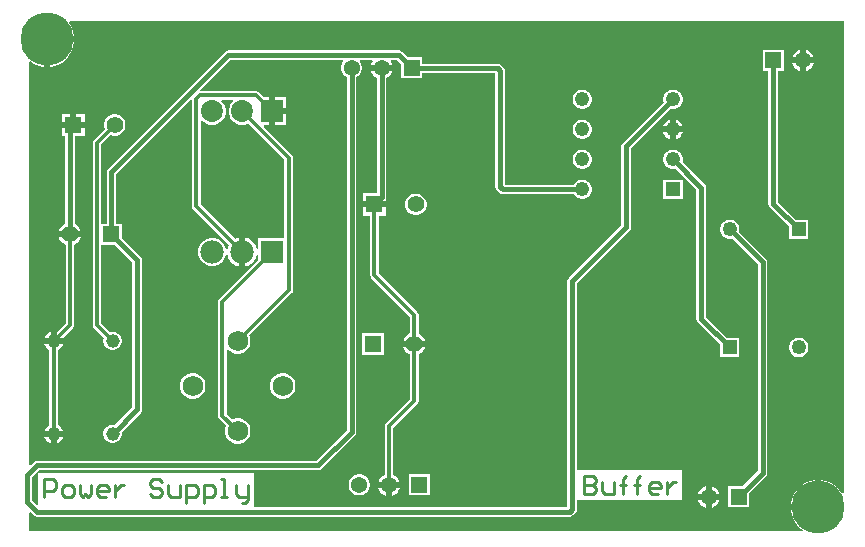
<source format=gtl>
G04*
G04 #@! TF.GenerationSoftware,Altium Limited,Altium Designer,23.9.2 (47)*
G04*
G04 Layer_Physical_Order=1*
G04 Layer_Color=255*
%FSLAX44Y44*%
%MOMM*%
G71*
G04*
G04 #@! TF.SameCoordinates,EEA8B457-634A-40EF-9803-A2E49DE358F5*
G04*
G04*
G04 #@! TF.FilePolarity,Positive*
G04*
G01*
G75*
%ADD12C,0.2540*%
%ADD18C,1.2500*%
%ADD19R,1.2500X1.2500*%
%ADD29C,0.3810*%
%ADD30C,0.3000*%
%ADD31C,4.5000*%
%ADD32R,1.2300X1.2300*%
%ADD33C,1.2300*%
%ADD34R,1.3700X1.3700*%
%ADD35C,1.3700*%
%ADD36C,1.4000*%
%ADD37R,1.4000X1.4000*%
%ADD38C,1.7500*%
%ADD39R,1.3700X1.3700*%
%ADD40R,1.9800X1.9800*%
%ADD41C,1.9800*%
%ADD42C,1.1500*%
%ADD43R,1.8600X1.8600*%
%ADD44C,1.8600*%
G36*
X706120Y45121D02*
X705840Y44885D01*
X704153Y45122D01*
X702426Y47707D01*
X699217Y50916D01*
X695443Y53438D01*
X691251Y55175D01*
X687070Y56006D01*
Y33020D01*
X684530D01*
Y30480D01*
X661544D01*
X662375Y26300D01*
X664112Y22106D01*
X666634Y18333D01*
X669843Y15124D01*
X671651Y13915D01*
X671283Y12700D01*
X16510D01*
Y28459D01*
X17683Y28945D01*
X20257Y26372D01*
X21559Y25501D01*
X23095Y25196D01*
X474018D01*
X475555Y25501D01*
X476857Y26372D01*
X479088Y28603D01*
X479959Y29906D01*
X480264Y31442D01*
Y38877D01*
X481330Y39370D01*
X481534Y39370D01*
X568965D01*
Y64525D01*
X481534D01*
X481330Y64525D01*
X480264Y65018D01*
Y223127D01*
X524808Y267672D01*
X525679Y268974D01*
X525984Y270510D01*
Y337246D01*
X559318Y370580D01*
X560444Y370278D01*
X562598D01*
X564679Y370836D01*
X566545Y371913D01*
X568069Y373436D01*
X569146Y375302D01*
X569703Y377383D01*
Y379537D01*
X569146Y381618D01*
X568069Y383484D01*
X566545Y385007D01*
X564679Y386084D01*
X562598Y386642D01*
X560444D01*
X558363Y386084D01*
X556497Y385007D01*
X554974Y383484D01*
X553897Y381618D01*
X553339Y379537D01*
Y377383D01*
X553641Y376257D01*
X519132Y341747D01*
X518261Y340445D01*
X517956Y338909D01*
Y272173D01*
X473412Y227628D01*
X472541Y226326D01*
X472236Y224790D01*
Y33224D01*
X206716D01*
Y61904D01*
X24111D01*
Y35530D01*
X22938Y35044D01*
X18727Y39255D01*
Y58535D01*
X24758Y64566D01*
X261093D01*
X262629Y64871D01*
X263932Y65742D01*
X292380Y94190D01*
X293250Y95492D01*
X293555Y97028D01*
Y397192D01*
X294995Y398023D01*
X296649Y399676D01*
X297818Y401702D01*
X298423Y403961D01*
Y406299D01*
X297818Y408558D01*
X296649Y410584D01*
X296368Y410864D01*
X296854Y412038D01*
X306954D01*
X307066Y411767D01*
X307354Y410768D01*
X306191Y408754D01*
X305901Y407670D01*
X314941D01*
X323982D01*
X323691Y408754D01*
X322529Y410768D01*
X322816Y411767D01*
X322928Y412038D01*
X327757D01*
X331459Y408335D01*
Y396248D01*
X349223D01*
Y400734D01*
X411257D01*
Y304492D01*
X411257Y304491D01*
X411257Y304491D01*
X411409Y303727D01*
X411563Y302955D01*
X411563Y302955D01*
X411563Y302955D01*
X412000Y302301D01*
X412433Y301653D01*
X412433Y301653D01*
X412433Y301653D01*
X414665Y299421D01*
X415313Y298988D01*
X415967Y298551D01*
X415967Y298551D01*
X415968Y298551D01*
X416740Y298398D01*
X417503Y298246D01*
X477791D01*
X478374Y297236D01*
X479897Y295713D01*
X481763Y294636D01*
X483844Y294078D01*
X485998D01*
X488079Y294636D01*
X489945Y295713D01*
X491468Y297236D01*
X492546Y299102D01*
X493103Y301183D01*
Y303337D01*
X492546Y305418D01*
X491468Y307284D01*
X489945Y308807D01*
X488079Y309884D01*
X485998Y310442D01*
X483844D01*
X481763Y309884D01*
X479897Y308807D01*
X478374Y307284D01*
X477791Y306274D01*
X419285D01*
Y402516D01*
X418980Y404053D01*
X418110Y405355D01*
X415878Y407586D01*
X414576Y408457D01*
X413040Y408762D01*
X349223D01*
Y414012D01*
X337136D01*
X332258Y418890D01*
X330955Y419761D01*
X329419Y420066D01*
X185147D01*
X183611Y419761D01*
X182309Y418890D01*
X83220Y319802D01*
X82350Y318500D01*
X82045Y316964D01*
Y273192D01*
X77496D01*
Y340392D01*
X85523Y348419D01*
X87692Y347838D01*
X90070D01*
X92367Y348453D01*
X94427Y349643D01*
X96109Y351324D01*
X97298Y353384D01*
X97913Y355681D01*
Y358059D01*
X97298Y360356D01*
X96109Y362416D01*
X94427Y364097D01*
X92367Y365286D01*
X90070Y365902D01*
X87692D01*
X85395Y365286D01*
X83335Y364097D01*
X81654Y362416D01*
X80465Y360356D01*
X79849Y358059D01*
Y355681D01*
X80430Y353512D01*
X71349Y344430D01*
X70568Y343262D01*
X70294Y341884D01*
Y187306D01*
X70568Y185928D01*
X71349Y184760D01*
X79781Y176327D01*
X79429Y175014D01*
Y172966D01*
X79960Y170986D01*
X80984Y169212D01*
X82433Y167763D01*
X84208Y166738D01*
X86187Y166208D01*
X88236D01*
X90215Y166738D01*
X91990Y167763D01*
X93439Y169212D01*
X94463Y170986D01*
X94993Y172966D01*
Y175014D01*
X94463Y176994D01*
X93439Y178768D01*
X91990Y180217D01*
X90215Y181242D01*
X88236Y181772D01*
X86187D01*
X84874Y181420D01*
X77496Y188798D01*
Y255128D01*
X89414D01*
X103917Y240625D01*
Y117633D01*
X89088Y102804D01*
X88236Y103032D01*
X86187D01*
X84208Y102502D01*
X82433Y101477D01*
X80984Y100028D01*
X79960Y98254D01*
X79429Y96274D01*
Y94226D01*
X79960Y92246D01*
X80984Y90472D01*
X82433Y89023D01*
X84208Y87998D01*
X86187Y87468D01*
X88236D01*
X90215Y87998D01*
X91990Y89023D01*
X93439Y90472D01*
X94463Y92246D01*
X94993Y94226D01*
Y96274D01*
X94765Y97127D01*
X110770Y113131D01*
X111640Y114434D01*
X111945Y115970D01*
Y242288D01*
X111640Y243824D01*
X110770Y245126D01*
X95091Y260805D01*
Y273192D01*
X90073D01*
Y315301D01*
X153098Y378326D01*
X154368Y377800D01*
Y288102D01*
X154642Y286724D01*
X155423Y285556D01*
X185860Y255118D01*
X185239Y254042D01*
X184550Y251472D01*
X183236D01*
X182600Y253846D01*
X181029Y256567D01*
X178807Y258788D01*
X176087Y260359D01*
X173052Y261172D01*
X169910D01*
X166875Y260359D01*
X164155Y258788D01*
X161933Y256567D01*
X160362Y253846D01*
X159549Y250811D01*
Y247669D01*
X160362Y244634D01*
X161933Y241914D01*
X164155Y239692D01*
X166875Y238121D01*
X169910Y237308D01*
X173052D01*
X176087Y238121D01*
X178807Y239692D01*
X181029Y241914D01*
X182600Y244634D01*
X183236Y247008D01*
X184550D01*
X185239Y244438D01*
X186877Y241602D01*
X189193Y239286D01*
X192029Y237648D01*
X194291Y237042D01*
Y249240D01*
Y261438D01*
X192029Y260832D01*
X190953Y260211D01*
X161570Y289594D01*
Y360339D01*
X162840Y360865D01*
X164473Y359232D01*
X167057Y357740D01*
X169939Y356968D01*
X172923D01*
X175805Y357740D01*
X178389Y359232D01*
X180499Y361342D01*
X181991Y363926D01*
X182763Y366808D01*
Y369792D01*
X181991Y372674D01*
X180499Y375258D01*
X178866Y376891D01*
X179392Y378161D01*
X188870D01*
X189396Y376891D01*
X187763Y375258D01*
X186271Y372674D01*
X185499Y369792D01*
Y366808D01*
X186271Y363926D01*
X187763Y361342D01*
X189873Y359232D01*
X192457Y357740D01*
X195339Y356968D01*
X198323D01*
X201205Y357740D01*
X201898Y358140D01*
X232600Y327438D01*
Y261172D01*
X210249D01*
Y252134D01*
X208979Y251967D01*
X208423Y254042D01*
X206786Y256878D01*
X204470Y259195D01*
X201633Y260832D01*
X199371Y261438D01*
Y249240D01*
Y237042D01*
X201633Y237648D01*
X204470Y239286D01*
X206786Y241602D01*
X208423Y244438D01*
X208979Y246513D01*
X210249Y246346D01*
Y242401D01*
X177521Y209672D01*
X176740Y208504D01*
X176466Y207126D01*
Y110744D01*
X176740Y109366D01*
X177521Y108198D01*
X183264Y102454D01*
X182974Y101952D01*
X182239Y99209D01*
Y96370D01*
X182974Y93628D01*
X184394Y91170D01*
X186401Y89162D01*
X188860Y87743D01*
X191602Y87008D01*
X194441D01*
X197183Y87743D01*
X199641Y89162D01*
X201649Y91170D01*
X203068Y93628D01*
X203803Y96370D01*
Y99209D01*
X203068Y101952D01*
X201649Y104410D01*
X199641Y106418D01*
X197183Y107837D01*
X194441Y108572D01*
X191602D01*
X188860Y107837D01*
X188357Y107547D01*
X183668Y112236D01*
Y166299D01*
X184938Y166825D01*
X186401Y165362D01*
X188860Y163943D01*
X191602Y163208D01*
X194441D01*
X197183Y163943D01*
X199641Y165362D01*
X201649Y167370D01*
X203068Y169828D01*
X203803Y172570D01*
Y175410D01*
X203068Y178152D01*
X202778Y178654D01*
X238748Y214624D01*
X239528Y215792D01*
X239802Y217170D01*
Y328930D01*
X239528Y330308D01*
X238748Y331476D01*
X214937Y355287D01*
X215423Y356460D01*
X219691D01*
Y368300D01*
Y380140D01*
X215484D01*
X211316Y384308D01*
X210147Y385089D01*
X208769Y385363D01*
X161931D01*
X161405Y386633D01*
X186810Y412038D01*
X282229D01*
X282715Y410864D01*
X282434Y410584D01*
X281264Y408558D01*
X280659Y406299D01*
Y403961D01*
X281264Y401702D01*
X282434Y399676D01*
X284088Y398023D01*
X285527Y397192D01*
Y98691D01*
X259431Y72594D01*
X23095D01*
X21559Y72289D01*
X20257Y71418D01*
X17683Y68845D01*
X16510Y69331D01*
Y410206D01*
X17780Y410885D01*
X20837Y408842D01*
X25029Y407105D01*
X29210Y406274D01*
Y429260D01*
X31750D01*
Y431800D01*
X54736D01*
X53905Y435980D01*
X52168Y440173D01*
X50125Y443230D01*
X50804Y444500D01*
X706120D01*
Y45121D01*
D02*
G37*
%LPC*%
G36*
X674351Y420521D02*
Y414020D01*
X680852D01*
X680561Y415104D01*
X679325Y417246D01*
X677577Y418994D01*
X675436Y420230D01*
X674351Y420521D01*
D02*
G37*
G36*
X669271D02*
X668187Y420230D01*
X666046Y418994D01*
X664297Y417246D01*
X663061Y415104D01*
X662771Y414020D01*
X669271D01*
Y420521D01*
D02*
G37*
G36*
X54736Y426720D02*
X34290D01*
Y406274D01*
X38470Y407105D01*
X42663Y408842D01*
X46437Y411364D01*
X49646Y414573D01*
X52168Y418346D01*
X53905Y422539D01*
X54736Y426720D01*
D02*
G37*
G36*
X680852Y408940D02*
X674351D01*
Y402439D01*
X675436Y402730D01*
X677577Y403966D01*
X679325Y405714D01*
X680561Y407856D01*
X680852Y408940D01*
D02*
G37*
G36*
X669271D02*
X662771D01*
X663061Y407856D01*
X664297Y405714D01*
X666046Y403966D01*
X668187Y402730D01*
X669271Y402439D01*
Y408940D01*
D02*
G37*
G36*
X234071Y380140D02*
X224771D01*
Y370840D01*
X234071D01*
Y380140D01*
D02*
G37*
G36*
X485998Y386642D02*
X483844D01*
X481763Y386084D01*
X479897Y385007D01*
X478374Y383484D01*
X477297Y381618D01*
X476739Y379537D01*
Y377383D01*
X477297Y375302D01*
X478374Y373436D01*
X479897Y371913D01*
X481763Y370836D01*
X483844Y370278D01*
X485998D01*
X488079Y370836D01*
X489945Y371913D01*
X491468Y373436D01*
X492546Y375302D01*
X493103Y377383D01*
Y379537D01*
X492546Y381618D01*
X491468Y383484D01*
X489945Y385007D01*
X488079Y386084D01*
X485998Y386642D01*
D02*
G37*
G36*
X63421Y366410D02*
X56421D01*
Y359410D01*
X63421D01*
Y366410D01*
D02*
G37*
G36*
X51341D02*
X44341D01*
Y359410D01*
X51341D01*
Y366410D01*
D02*
G37*
G36*
X234071Y365760D02*
X224771D01*
Y356460D01*
X234071D01*
Y365760D01*
D02*
G37*
G36*
X564061Y361376D02*
Y355600D01*
X569837D01*
X569619Y356414D01*
X568475Y358396D01*
X566857Y360014D01*
X564876Y361158D01*
X564061Y361376D01*
D02*
G37*
G36*
X558981D02*
X558167Y361158D01*
X556186Y360014D01*
X554568Y358396D01*
X553424Y356414D01*
X553205Y355600D01*
X558981D01*
Y361376D01*
D02*
G37*
G36*
X485998Y361242D02*
X483844D01*
X481763Y360684D01*
X479897Y359607D01*
X478374Y358084D01*
X477297Y356218D01*
X476739Y354137D01*
Y351983D01*
X477297Y349902D01*
X478374Y348036D01*
X479897Y346513D01*
X481763Y345436D01*
X483844Y344878D01*
X485998D01*
X488079Y345436D01*
X489945Y346513D01*
X491468Y348036D01*
X492546Y349902D01*
X493103Y351983D01*
Y354137D01*
X492546Y356218D01*
X491468Y358084D01*
X489945Y359607D01*
X488079Y360684D01*
X485998Y361242D01*
D02*
G37*
G36*
X569837Y350520D02*
X564061D01*
Y344744D01*
X564876Y344962D01*
X566857Y346106D01*
X568475Y347724D01*
X569619Y349706D01*
X569837Y350520D01*
D02*
G37*
G36*
X558981D02*
X553205D01*
X553424Y349706D01*
X554568Y347724D01*
X556186Y346106D01*
X558167Y344962D01*
X558981Y344744D01*
Y350520D01*
D02*
G37*
G36*
X485998Y335842D02*
X483844D01*
X481763Y335284D01*
X479897Y334207D01*
X478374Y332684D01*
X477297Y330818D01*
X476739Y328737D01*
Y326583D01*
X477297Y324502D01*
X478374Y322636D01*
X479897Y321113D01*
X481763Y320036D01*
X483844Y319478D01*
X485998D01*
X488079Y320036D01*
X489945Y321113D01*
X491468Y322636D01*
X492546Y324502D01*
X493103Y326583D01*
Y328737D01*
X492546Y330818D01*
X491468Y332684D01*
X489945Y334207D01*
X488079Y335284D01*
X485998Y335842D01*
D02*
G37*
G36*
X569703Y310442D02*
X553339D01*
Y294078D01*
X569703D01*
Y310442D01*
D02*
G37*
G36*
X323982Y402590D02*
X314941D01*
X305901D01*
X306191Y401506D01*
X307427Y399364D01*
X309176Y397616D01*
X310927Y396605D01*
Y299100D01*
X299331D01*
Y292100D01*
X318411D01*
Y293737D01*
X318650Y294094D01*
X318955Y295630D01*
Y396605D01*
X320707Y397616D01*
X322455Y399364D01*
X323691Y401506D01*
X323982Y402590D01*
D02*
G37*
G36*
X345060Y298592D02*
X342682D01*
X340385Y297976D01*
X338326Y296787D01*
X336644Y295106D01*
X335455Y293046D01*
X334839Y290749D01*
Y288371D01*
X335455Y286074D01*
X336644Y284014D01*
X338326Y282333D01*
X340385Y281143D01*
X342682Y280528D01*
X345060D01*
X347357Y281143D01*
X349417Y282333D01*
X351099Y284014D01*
X352288Y286074D01*
X352903Y288371D01*
Y290749D01*
X352288Y293046D01*
X351099Y295106D01*
X349417Y296787D01*
X347357Y297976D01*
X345060Y298592D01*
D02*
G37*
G36*
X63421Y354330D02*
X44341D01*
Y347330D01*
X47044D01*
Y272858D01*
X45201Y271794D01*
X43425Y270018D01*
X42169Y267842D01*
X41863Y266700D01*
X60255D01*
X59948Y267842D01*
X58692Y270018D01*
X56916Y271794D01*
X55073Y272858D01*
Y347330D01*
X63421D01*
Y354330D01*
D02*
G37*
G36*
X655293Y420362D02*
X637529D01*
Y402598D01*
X642397D01*
Y290030D01*
X642703Y288494D01*
X643573Y287192D01*
X659719Y271045D01*
Y260158D01*
X676283D01*
Y276722D01*
X665396D01*
X650425Y291693D01*
Y402598D01*
X655293D01*
Y420362D01*
D02*
G37*
G36*
X60255Y261620D02*
X41863D01*
X42169Y260478D01*
X43425Y258302D01*
X45201Y256526D01*
X47376Y255270D01*
X47457Y255248D01*
Y189329D01*
X39963Y181835D01*
X39751Y181892D01*
Y176530D01*
X45113D01*
X45056Y176742D01*
X53605Y185291D01*
X54386Y186459D01*
X54660Y187838D01*
Y255248D01*
X54741Y255270D01*
X56916Y256526D01*
X58692Y258302D01*
X59948Y260478D01*
X60255Y261620D01*
D02*
G37*
G36*
X34671Y181892D02*
X34011Y181715D01*
X32121Y180624D01*
X30577Y179080D01*
X29486Y177190D01*
X29309Y176530D01*
X34671D01*
Y181892D01*
D02*
G37*
G36*
X318411Y287020D02*
X299331D01*
Y280020D01*
X305270D01*
Y229590D01*
X305544Y228212D01*
X306325Y227044D01*
X339000Y194368D01*
Y180362D01*
X338919Y180340D01*
X336744Y179084D01*
X334967Y177308D01*
X333711Y175132D01*
X333405Y173990D01*
X342601D01*
X351797D01*
X351491Y175132D01*
X350235Y177308D01*
X348459Y179084D01*
X346284Y180340D01*
X346203Y180362D01*
Y195860D01*
X345928Y197238D01*
X345148Y198406D01*
X312472Y231082D01*
Y280020D01*
X318411D01*
Y287020D01*
D02*
G37*
G36*
X316633Y180482D02*
X298569D01*
Y162418D01*
X316633D01*
Y180482D01*
D02*
G37*
G36*
X669091Y176722D02*
X666911D01*
X664805Y176158D01*
X662916Y175067D01*
X661374Y173525D01*
X660284Y171637D01*
X659719Y169530D01*
Y167350D01*
X660284Y165243D01*
X661374Y163355D01*
X662916Y161813D01*
X664805Y160723D01*
X666911Y160158D01*
X669091D01*
X671198Y160723D01*
X673086Y161813D01*
X674629Y163355D01*
X675719Y165243D01*
X676283Y167350D01*
Y169530D01*
X675719Y171637D01*
X674629Y173525D01*
X673086Y175067D01*
X671198Y176158D01*
X669091Y176722D01*
D02*
G37*
G36*
X562598Y335842D02*
X560444D01*
X558363Y335284D01*
X556497Y334207D01*
X554974Y332684D01*
X553897Y330818D01*
X553339Y328737D01*
Y326583D01*
X553897Y324502D01*
X554974Y322636D01*
X556497Y321113D01*
X558363Y320036D01*
X560444Y319478D01*
X562598D01*
X563725Y319780D01*
X581437Y302067D01*
Y192570D01*
X581743Y191034D01*
X582613Y189732D01*
X601299Y171045D01*
Y160158D01*
X617863D01*
Y176722D01*
X606976D01*
X589465Y194233D01*
Y303730D01*
X589160Y305266D01*
X588290Y306569D01*
X569402Y325457D01*
X569703Y326583D01*
Y328737D01*
X569146Y330818D01*
X568069Y332684D01*
X566545Y334207D01*
X564679Y335284D01*
X562598Y335842D01*
D02*
G37*
G36*
X232541Y146672D02*
X229702D01*
X226959Y145937D01*
X224501Y144518D01*
X222493Y142510D01*
X221074Y140052D01*
X220339Y137310D01*
Y134471D01*
X221074Y131728D01*
X222493Y129270D01*
X224501Y127262D01*
X226959Y125843D01*
X229702Y125108D01*
X232541D01*
X235283Y125843D01*
X237742Y127262D01*
X239749Y129270D01*
X241168Y131728D01*
X241903Y134471D01*
Y137310D01*
X241168Y140052D01*
X239749Y142510D01*
X237742Y144518D01*
X235283Y145937D01*
X232541Y146672D01*
D02*
G37*
G36*
X156341D02*
X153502D01*
X150759Y145937D01*
X148301Y144518D01*
X146293Y142510D01*
X144874Y140052D01*
X144139Y137310D01*
Y134471D01*
X144874Y131728D01*
X146293Y129270D01*
X148301Y127262D01*
X150759Y125843D01*
X153502Y125108D01*
X156341D01*
X159083Y125843D01*
X161542Y127262D01*
X163549Y129270D01*
X164968Y131728D01*
X165703Y134471D01*
Y137310D01*
X164968Y140052D01*
X163549Y142510D01*
X161542Y144518D01*
X159083Y145937D01*
X156341Y146672D01*
D02*
G37*
G36*
X45113Y171450D02*
X37211D01*
X29309D01*
X29486Y170790D01*
X30577Y168900D01*
X32121Y167356D01*
X33610Y166497D01*
Y102743D01*
X32121Y101884D01*
X30577Y100340D01*
X29486Y98450D01*
X29309Y97790D01*
X45113D01*
X44936Y98450D01*
X43845Y100340D01*
X42301Y101884D01*
X40812Y102743D01*
Y166497D01*
X42301Y167356D01*
X43845Y168900D01*
X44936Y170790D01*
X45113Y171450D01*
D02*
G37*
G36*
Y92710D02*
X39751D01*
Y87348D01*
X40411Y87525D01*
X42301Y88616D01*
X43845Y90160D01*
X44936Y92050D01*
X45113Y92710D01*
D02*
G37*
G36*
X34671D02*
X29309D01*
X29486Y92050D01*
X30577Y90160D01*
X32121Y88616D01*
X34011Y87525D01*
X34671Y87348D01*
Y92710D01*
D02*
G37*
G36*
X351797Y168910D02*
X342601D01*
X333405D01*
X333711Y167768D01*
X334967Y165592D01*
X336744Y163816D01*
X338919Y162560D01*
X339000Y162538D01*
Y124402D01*
X318745Y104146D01*
X317964Y102978D01*
X317690Y101600D01*
Y60826D01*
X317667Y60820D01*
X315526Y59584D01*
X313777Y57836D01*
X312541Y55694D01*
X312251Y54610D01*
X321291D01*
X330332D01*
X330041Y55694D01*
X328805Y57836D01*
X327057Y59584D01*
X324916Y60820D01*
X324892Y60826D01*
Y100108D01*
X345148Y120364D01*
X345928Y121532D01*
X346203Y122910D01*
Y162538D01*
X346284Y162560D01*
X348459Y163816D01*
X350235Y165592D01*
X351491Y167768D01*
X351797Y168910D01*
D02*
G37*
G36*
X594360Y50951D02*
Y44450D01*
X600861D01*
X600570Y45534D01*
X599334Y47676D01*
X597586Y49424D01*
X595444Y50660D01*
X594360Y50951D01*
D02*
G37*
G36*
X589280D02*
X588196Y50660D01*
X586054Y49424D01*
X584306Y47676D01*
X583070Y45534D01*
X582779Y44450D01*
X589280D01*
Y50951D01*
D02*
G37*
G36*
X355573Y60952D02*
X337809D01*
Y43188D01*
X355573D01*
Y60952D01*
D02*
G37*
G36*
X297061D02*
X294722D01*
X292463Y60347D01*
X290438Y59177D01*
X288784Y57524D01*
X287614Y55498D01*
X287009Y53239D01*
Y50901D01*
X287614Y48642D01*
X288784Y46616D01*
X290438Y44963D01*
X292463Y43793D01*
X294722Y43188D01*
X297061D01*
X299319Y43793D01*
X301345Y44963D01*
X302999Y46616D01*
X304168Y48642D01*
X304773Y50901D01*
Y53239D01*
X304168Y55498D01*
X302999Y57524D01*
X301345Y59177D01*
X299319Y60347D01*
X297061Y60952D01*
D02*
G37*
G36*
X330332Y49530D02*
X323831D01*
Y43029D01*
X324916Y43320D01*
X327057Y44556D01*
X328805Y46304D01*
X330041Y48446D01*
X330332Y49530D01*
D02*
G37*
G36*
X318751D02*
X312251D01*
X312541Y48446D01*
X313777Y46304D01*
X315526Y44556D01*
X317667Y43320D01*
X318751Y43029D01*
Y49530D01*
D02*
G37*
G36*
X681990Y56006D02*
X677810Y55175D01*
X673616Y53438D01*
X669843Y50916D01*
X666634Y47707D01*
X664112Y43934D01*
X662375Y39741D01*
X661544Y35560D01*
X681990D01*
Y56006D01*
D02*
G37*
G36*
X610672Y276722D02*
X608491D01*
X606385Y276157D01*
X604496Y275067D01*
X602954Y273525D01*
X601864Y271637D01*
X601299Y269530D01*
Y267350D01*
X601864Y265243D01*
X602954Y263355D01*
X604496Y261813D01*
X606385Y260722D01*
X608491Y260158D01*
X610672D01*
X611866Y260478D01*
X633526Y238818D01*
Y63893D01*
X620425Y50792D01*
X608338D01*
Y33028D01*
X626102D01*
Y45115D01*
X640378Y59392D01*
X641249Y60694D01*
X641554Y62230D01*
Y240481D01*
X641249Y242017D01*
X640378Y243319D01*
X617543Y266155D01*
X617863Y267350D01*
Y269530D01*
X617299Y271637D01*
X616208Y273525D01*
X614666Y275067D01*
X612778Y276157D01*
X610672Y276722D01*
D02*
G37*
G36*
X600861Y39370D02*
X594360D01*
Y32869D01*
X595444Y33160D01*
X597586Y34396D01*
X599334Y36144D01*
X600570Y38286D01*
X600861Y39370D01*
D02*
G37*
G36*
X589280D02*
X582779D01*
X583070Y38286D01*
X584306Y36144D01*
X586054Y34396D01*
X588196Y33160D01*
X589280Y32869D01*
Y39370D01*
D02*
G37*
%LPD*%
D12*
X29191Y41828D02*
Y56824D01*
X36689D01*
X39188Y54324D01*
Y49326D01*
X36689Y46827D01*
X29191D01*
X46686Y41828D02*
X51684D01*
X54183Y44328D01*
Y49326D01*
X51684Y51825D01*
X46686D01*
X44187Y49326D01*
Y44328D01*
X46686Y41828D01*
X59182Y51825D02*
Y44328D01*
X61681Y41828D01*
X64180Y44328D01*
X66679Y41828D01*
X69178Y44328D01*
Y51825D01*
X81674Y41828D02*
X76676D01*
X74177Y44328D01*
Y49326D01*
X76676Y51825D01*
X81674D01*
X84173Y49326D01*
Y46827D01*
X74177D01*
X89172Y51825D02*
Y41828D01*
Y46827D01*
X91671Y49326D01*
X94170Y51825D01*
X96670D01*
X129159Y54324D02*
X126660Y56824D01*
X121661D01*
X119162Y54324D01*
Y51825D01*
X121661Y49326D01*
X126660D01*
X129159Y46827D01*
Y44328D01*
X126660Y41828D01*
X121661D01*
X119162Y44328D01*
X134157Y51825D02*
Y44328D01*
X136657Y41828D01*
X144154D01*
Y51825D01*
X149152Y36830D02*
Y51825D01*
X156650D01*
X159149Y49326D01*
Y44328D01*
X156650Y41828D01*
X149152D01*
X164148Y36830D02*
Y51825D01*
X171645D01*
X174144Y49326D01*
Y44328D01*
X171645Y41828D01*
X164148D01*
X179143D02*
X184141D01*
X181642D01*
Y56824D01*
X179143D01*
X191639Y51825D02*
Y44328D01*
X194138Y41828D01*
X201635D01*
Y39329D01*
X199136Y36830D01*
X196637D01*
X201635Y41828D02*
Y51825D01*
X486410Y59445D02*
Y44450D01*
X493908D01*
X496407Y46949D01*
Y49448D01*
X493908Y51948D01*
X486410D01*
X493908D01*
X496407Y54447D01*
Y56946D01*
X493908Y59445D01*
X486410D01*
X501405Y54447D02*
Y46949D01*
X503904Y44450D01*
X511402D01*
Y54447D01*
X518899Y44450D02*
Y56946D01*
Y51948D01*
X516400D01*
X521399D01*
X518899D01*
Y56946D01*
X521399Y59445D01*
X531395Y44450D02*
Y56946D01*
Y51948D01*
X528896D01*
X533895D01*
X531395D01*
Y56946D01*
X533895Y59445D01*
X548890Y44450D02*
X543891D01*
X541392Y46949D01*
Y51948D01*
X543891Y54447D01*
X548890D01*
X551389Y51948D01*
Y49448D01*
X541392D01*
X556387Y54447D02*
Y44450D01*
Y49448D01*
X558886Y51948D01*
X561386Y54447D01*
X563885D01*
D18*
X609581Y268440D02*
D03*
X668001Y168440D02*
D03*
D19*
X609581D02*
D03*
X668001Y268440D02*
D03*
D29*
X340341Y405130D02*
X340723Y404748D01*
X329419Y416052D02*
X340341Y405130D01*
X637540Y62230D02*
Y240481D01*
X609581Y268440D02*
X637540Y240481D01*
X617220Y41910D02*
X637540Y62230D01*
X521970Y270510D02*
Y338909D01*
X476250Y31442D02*
Y224790D01*
X521970Y270510D01*
Y338909D02*
X561521Y378460D01*
X23095Y29210D02*
X474018D01*
X476250Y31442D01*
X86059Y264160D02*
X107931Y242288D01*
X87211Y95250D02*
X107931Y115970D01*
Y242288D01*
X413040Y404748D02*
X415271Y402516D01*
Y304492D02*
X417503Y302260D01*
X340723Y404748D02*
X413040D01*
X417503Y302260D02*
X484921D01*
X415271Y304492D02*
Y402516D01*
X185147Y416052D02*
X329419D01*
X86059Y316964D02*
X185147Y416052D01*
X86059Y264160D02*
Y316964D01*
X51059Y354048D02*
X53881Y356870D01*
X51059Y264160D02*
Y354048D01*
X314941Y295630D02*
Y405130D01*
X308871Y289560D02*
X314941Y295630D01*
X289541Y97028D02*
Y405130D01*
X261093Y68580D02*
X289541Y97028D01*
X23095Y68580D02*
X261093D01*
X14713Y60198D02*
X23095Y68580D01*
X14713Y37592D02*
Y60198D01*
Y37592D02*
X23095Y29210D01*
X585451Y192570D02*
X609581Y168440D01*
X585451Y192570D02*
Y303730D01*
X561521Y327660D02*
X585451Y303730D01*
X646411Y290030D02*
X668001Y268440D01*
X646411Y290030D02*
Y411480D01*
D30*
X342601Y171450D02*
Y195860D01*
X308871Y229590D02*
X342601Y195860D01*
X308871Y229590D02*
Y289560D01*
X342601Y122910D02*
Y171450D01*
X321291Y52070D02*
Y101600D01*
X342601Y122910D01*
X73895Y341884D02*
X88881Y356870D01*
X73895Y187306D02*
Y341884D01*
Y187306D02*
X87211Y173990D01*
X37211Y95250D02*
Y173990D01*
X51059Y187838D01*
Y264160D01*
X157969Y288102D02*
X196831Y249240D01*
X157969Y288102D02*
Y378460D01*
X161271Y381762D01*
X208769D01*
X222231Y368300D01*
X180067Y110744D02*
X193021Y97790D01*
X180067Y110744D02*
Y207126D01*
X222181Y249240D01*
X193021Y173990D02*
X236201Y217170D01*
Y328930D01*
X196831Y368300D02*
X236201Y328930D01*
D31*
X684530Y33020D02*
D03*
X31750Y429260D02*
D03*
D32*
X561521Y302260D02*
D03*
D33*
Y327660D02*
D03*
Y353060D02*
D03*
Y378460D02*
D03*
X484921D02*
D03*
Y353060D02*
D03*
Y327660D02*
D03*
Y302260D02*
D03*
D34*
X646411Y411480D02*
D03*
X617220Y41910D02*
D03*
D35*
X671811Y411480D02*
D03*
X591820Y41910D02*
D03*
X295891Y52070D02*
D03*
X321291D02*
D03*
X289541Y405130D02*
D03*
X314941D02*
D03*
D36*
X342601Y171450D02*
D03*
X88881Y356870D02*
D03*
X343871Y289560D02*
D03*
X51059Y264160D02*
D03*
D37*
X307601Y171450D02*
D03*
X53881Y356870D02*
D03*
X308871Y289560D02*
D03*
X86059Y264160D02*
D03*
D38*
X193021Y173990D02*
D03*
Y97790D02*
D03*
X154921Y135890D02*
D03*
X231121D02*
D03*
D39*
X346691Y52070D02*
D03*
X340341Y405130D02*
D03*
D40*
X222181Y249240D02*
D03*
D41*
X196831D02*
D03*
X171481D02*
D03*
D42*
X37211Y95250D02*
D03*
X87211D02*
D03*
Y173990D02*
D03*
X37211D02*
D03*
D43*
X222231Y368300D02*
D03*
D44*
X196831D02*
D03*
X171431D02*
D03*
M02*

</source>
